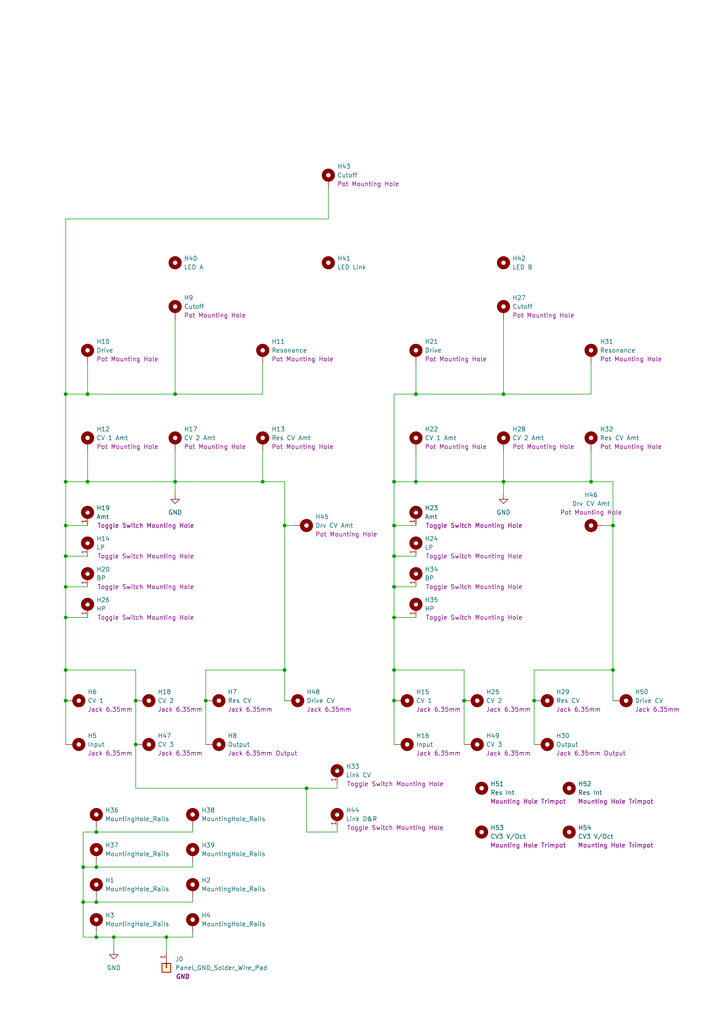
<source format=kicad_sch>
(kicad_sch (version 20250114) (generator "eeschema") (generator_version "9.0")
  (paper "A4" portrait)
  (title_block (title "Kosmo Format Front Panel - 10 cm") (company "DMH Instruments"))
  (lib_symbols
    (symbol "Mechanical:MountingHole" (pin_names (offset 1.016)) (exclude_from_sim yes) (in_bom no)
      (property "Reference" "H" (at 0 5.08 0))
      (property "Value" "MountingHole" (at 0 3.175 0))
      (symbol "MountingHole_0_1"
        (circle (center 0 0) (radius 1.27) (stroke (width 1.27)))
      )
    )
    (symbol "SynthStuff:MountingHole_Jack6.35mm_Output_v2" (pin_numbers (hide yes)) (pin_names (offset 1.016) (hide yes)) (exclude_from_sim yes) (in_bom no)
      (property "Reference" "H" (at 0 5.08 0))
      (property "Value" "SIGNAL NAME" (at 0 3.175 0))
      (property "Description" "Jack 6.35mm Output" (at 0.254 -3.302 0))
      (symbol "MountingHole_Jack6.35mm_Output_v2_0_1"
        (circle (center 0 0) (radius 1.27) (stroke (width 1.27)))
      )
      (symbol "MountingHole_Jack6.35mm_Output_v2_1_1"
        (pin input line (at -3.81 0 0) (length 2.54) (name "1") (number "1"))
      )
    )
    (symbol "SynthStuff:MountingHole_Jack6.35mm_v2" (pin_numbers (hide yes)) (pin_names (offset 1.016) (hide yes)) (exclude_from_sim yes) (in_bom no)
      (property "Reference" "H" (at 0 5.08 0))
      (property "Value" "SIGNAL NAME" (at 0 3.175 0))
      (property "Description" "Jack 6.35mm" (at 0 -3.048 0))
      (symbol "MountingHole_Jack6.35mm_v2_0_1"
        (circle (center 0 0) (radius 1.27) (stroke (width 1.27)))
      )
      (symbol "MountingHole_Jack6.35mm_v2_1_1"
        (pin input line (at -3.81 0 0) (length 2.54) (name "1") (number "1"))
      )
    )
    (symbol "SynthStuff:MountingHole_Pot" (pin_numbers (hide yes)) (pin_names (offset 1.016) (hide yes)) (exclude_from_sim yes)
      (property "Reference" "H" (at 0 6.35 0))
      (property "Value" "Function" (at 0 4.445 0))
      (property "Description" "Pot Mounting Hole" (at 0 0 0))
      (symbol "MountingHole_Pot_0_1"
        (circle (center 0 1.27) (radius 1.27) (stroke (width 1.27)))
      )
      (symbol "MountingHole_Pot_1_1"
        (pin input line (at 0 -2.54 90) (length 2.54) (name "1") (number "1"))
      )
    )
    (symbol "SynthStuff:MountingHole_Rails" (pin_numbers (hide yes)) (pin_names (offset 1.016) (hide yes)) (exclude_from_sim yes) (in_bom no)
      (property "Reference" "H" (at 0 6.35 0))
      (property "Value" "MountingHole_Rails" (at 0 4.445 0))
      (symbol "MountingHole_Rails_0_1"
        (circle (center 0 1.27) (radius 1.27) (stroke (width 1.27)))
      )
      (symbol "MountingHole_Rails_1_1"
        (pin input line (at 0 -2.54 90) (length 2.54) (name "1") (number "1"))
      )
    )
    (symbol "SynthStuff:MountingHole_ToggleSwitch" (pin_names (offset 1.016)) (exclude_from_sim yes) (in_bom no)
      (property "Reference" "H" (at 0 5.08 0))
      (property "Value" "Function" (at 0 3.175 0))
      (property "Description" "Toggle Switch Mounting Hole" (at 0 0 0))
      (symbol "MountingHole_ToggleSwitch_0_1"
        (circle (center 0 0) (radius 1.27) (stroke (width 1.27)))
      )
      (symbol "MountingHole_ToggleSwitch_1_1"
        (pin input line (at 0 -3.81 90) (length 2.54) (name "1") (number "1"))
      )
    )
    (symbol "SynthStuff:MountingHole_Trimpot" (pin_names (offset 1.016)) (exclude_from_sim yes) (in_bom no)
      (property "Reference" "H" (at 0 5.08 0))
      (property "Value" "MountingHole_Trimpot" (at 0 3.175 0))
      (property "Description" "Mounting Hole Trimpot" (at 0 0 0))
      (symbol "MountingHole_Trimpot_0_1"
        (circle (center 0 0) (radius 1.27) (stroke (width 1.27)))
      )
    )
    (symbol "SynthStuff:Panel_GND_Solder_Wire_Pad" (pin_names (offset 1.016) (hide yes)) (in_bom no)
      (property "Reference" "J" (at 0 2.54 0))
      (property "Value" "Panel_GND_Solder_Wire_Pad" (at 0 -5.08 0))
      (property "Function" "Panel GND" (at 0 -2.794 0))
      (symbol "Panel_GND_Solder_Wire_Pad_1_1"
        (rectangle (start -1.27 1.27) (end 1.27 -1.27) (stroke (width 0.254)) (fill (type background)))
        (rectangle (start -1.27 0.127) (end 0 -0.127) (stroke (width 0.1524)))
        (pin power_out line (at -5.08 0 0) (length 3.81) (name "Pin_1") (number "1"))
      )
    )
    (symbol "power:GND" (power) (pin_numbers (hide yes)) (pin_names (offset 0) (hide yes))
      (property "Value" "GND" (at 0 -3.81 0))
      (symbol "GND_0_1"
        (polyline (pts (xy 0 0) (xy 0 -1.27) (xy 1.27 -1.27) (xy 0 -2.54) (xy -1.27 -1.27) (xy 0 -1.27)))
      )
      (symbol "GND_1_1"
        (pin power_in line (at 0 0 270) (length 0) (name "~") (number "1"))
      )
    )
  )
  (junction (at 114.3 139.7))
  (junction (at 19.05 139.7))
  (junction (at 39.37 215.9))
  (junction (at 19.05 114.3))
  (junction (at 177.8 152.4))
  (junction (at 82.55 194.31))
  (junction (at 88.9 228.6))
  (junction (at 27.94 241.3))
  (junction (at 82.55 152.4))
  (junction (at 50.8 114.3))
  (junction (at 19.05 152.4))
  (junction (at 27.94 251.46))
  (junction (at 171.45 139.7))
  (junction (at 114.3 194.31))
  (junction (at 19.05 203.2))
  (junction (at 120.65 114.3))
  (junction (at 114.3 161.29))
  (junction (at 19.05 179.07))
  (junction (at 114.3 170.18))
  (junction (at 177.8 194.31))
  (junction (at 114.3 152.4))
  (junction (at 25.4 114.3))
  (junction (at 39.37 203.2))
  (junction (at 146.05 139.7))
  (junction (at 146.05 114.3))
  (junction (at 120.65 139.7))
  (junction (at 59.69 203.2))
  (junction (at 27.94 271.78))
  (junction (at 50.8 139.7))
  (junction (at 114.3 179.07))
  (junction (at 134.62 203.2))
  (junction (at 33.02 271.78))
  (junction (at 19.05 161.29))
  (junction (at 114.3 203.2))
  (junction (at 48.26 271.78))
  (junction (at 27.94 261.62))
  (junction (at 19.05 170.18))
  (junction (at 19.05 194.31))
  (junction (at 154.94 203.2))
  (junction (at 24.13 251.46))
  (junction (at 25.4 139.7))
  (junction (at 24.13 261.62))
  (junction (at 76.2 139.7))
  (wire (pts (xy 50.8 114.3) (xy 76.2 114.3)))
  (wire (pts (xy 114.3 139.7) (xy 120.65 139.7)))
  (wire (pts (xy 27.94 241.3) (xy 27.94 240.03)))
  (wire (pts (xy 55.88 270.51) (xy 55.88 271.78)))
  (wire (pts (xy 24.13 251.46) (xy 24.13 261.62)))
  (wire (pts (xy 24.13 241.3) (xy 27.94 241.3)))
  (wire (pts (xy 19.05 161.29) (xy 19.05 152.4)))
  (wire (pts (xy 114.3 152.4) (xy 120.65 152.4)))
  (wire (pts (xy 76.2 105.41) (xy 76.2 114.3)))
  (wire (pts (xy 25.4 105.41) (xy 25.4 114.3)))
  (wire (pts (xy 82.55 194.31) (xy 82.55 203.2)))
  (wire (pts (xy 82.55 194.31) (xy 82.55 152.4)))
  (wire (pts (xy 27.94 261.62) (xy 55.88 261.62)))
  (wire (pts (xy 27.94 271.78) (xy 27.94 270.51)))
  (wire (pts (xy 39.37 203.2) (xy 39.37 194.31)))
  (wire (pts (xy 114.3 194.31) (xy 134.62 194.31)))
  (wire (pts (xy 50.8 139.7) (xy 50.8 143.51)))
  (wire (pts (xy 27.94 251.46) (xy 55.88 251.46)))
  (wire (pts (xy 59.69 215.9) (xy 59.69 203.2)))
  (wire (pts (xy 24.13 271.78) (xy 27.94 271.78)))
  (wire (pts (xy 39.37 215.9) (xy 39.37 228.6)))
  (wire (pts (xy 95.25 54.61) (xy 95.25 63.5)))
  (wire (pts (xy 19.05 170.18) (xy 19.05 179.07)))
  (wire (pts (xy 19.05 161.29) (xy 25.4 161.29)))
  (wire (pts (xy 50.8 139.7) (xy 76.2 139.7)))
  (wire (pts (xy 76.2 139.7) (xy 82.55 139.7)))
  (wire (pts (xy 97.79 228.6) (xy 88.9 228.6)))
  (wire (pts (xy 27.94 251.46) (xy 27.94 250.19)))
  (wire (pts (xy 48.26 271.78) (xy 48.26 275.59)))
  (wire (pts (xy 146.05 92.71) (xy 146.05 114.3)))
  (wire (pts (xy 97.79 227.33) (xy 97.79 228.6)))
  (wire (pts (xy 95.25 63.5) (xy 19.05 63.5)))
  (wire (pts (xy 19.05 114.3) (xy 19.05 139.7)))
  (wire (pts (xy 146.05 139.7) (xy 146.05 143.51)))
  (wire (pts (xy 76.2 130.81) (xy 76.2 139.7)))
  (wire (pts (xy 114.3 203.2) (xy 114.3 194.31)))
  (wire (pts (xy 19.05 194.31) (xy 39.37 194.31)))
  (wire (pts (xy 24.13 241.3) (xy 24.13 251.46)))
  (wire (pts (xy 55.88 240.03) (xy 55.88 241.3)))
  (wire (pts (xy 19.05 152.4) (xy 25.4 152.4)))
  (wire (pts (xy 177.8 194.31) (xy 177.8 152.4)))
  (wire (pts (xy 114.3 170.18) (xy 114.3 179.07)))
  (wire (pts (xy 19.05 179.07) (xy 19.05 194.31)))
  (wire (pts (xy 177.8 194.31) (xy 177.8 203.2)))
  (wire (pts (xy 19.05 152.4) (xy 19.05 139.7)))
  (wire (pts (xy 50.8 92.71) (xy 50.8 114.3)))
  (wire (pts (xy 120.65 114.3) (xy 114.3 114.3)))
  (wire (pts (xy 19.05 161.29) (xy 19.05 170.18)))
  (wire (pts (xy 154.94 194.31) (xy 177.8 194.31)))
  (wire (pts (xy 88.9 228.6) (xy 88.9 241.3)))
  (wire (pts (xy 24.13 251.46) (xy 27.94 251.46)))
  (wire (pts (xy 24.13 261.62) (xy 27.94 261.62)))
  (wire (pts (xy 50.8 130.81) (xy 50.8 139.7)))
  (wire (pts (xy 120.65 139.7) (xy 146.05 139.7)))
  (wire (pts (xy 171.45 130.81) (xy 171.45 139.7)))
  (wire (pts (xy 177.8 152.4) (xy 177.8 139.7)))
  (wire (pts (xy 134.62 203.2) (xy 134.62 194.31)))
  (wire (pts (xy 33.02 271.78) (xy 33.02 275.59)))
  (wire (pts (xy 24.13 261.62) (xy 24.13 271.78)))
  (wire (pts (xy 82.55 152.4) (xy 82.55 139.7)))
  (wire (pts (xy 114.3 179.07) (xy 114.3 194.31)))
  (wire (pts (xy 55.88 260.35) (xy 55.88 261.62)))
  (wire (pts (xy 120.65 114.3) (xy 146.05 114.3)))
  (wire (pts (xy 19.05 215.9) (xy 19.05 203.2)))
  (wire (pts (xy 19.05 170.18) (xy 25.4 170.18)))
  (wire (pts (xy 25.4 139.7) (xy 50.8 139.7)))
  (wire (pts (xy 19.05 139.7) (xy 25.4 139.7)))
  (wire (pts (xy 114.3 179.07) (xy 120.65 179.07)))
  (wire (pts (xy 25.4 114.3) (xy 19.05 114.3)))
  (wire (pts (xy 146.05 139.7) (xy 171.45 139.7)))
  (wire (pts (xy 114.3 161.29) (xy 120.65 161.29)))
  (wire (pts (xy 27.94 261.62) (xy 27.94 260.35)))
  (wire (pts (xy 175.26 152.4) (xy 177.8 152.4)))
  (wire (pts (xy 88.9 228.6) (xy 39.37 228.6)))
  (wire (pts (xy 114.3 152.4) (xy 114.3 139.7)))
  (wire (pts (xy 134.62 203.2) (xy 134.62 215.9)))
  (wire (pts (xy 27.94 241.3) (xy 55.88 241.3)))
  (wire (pts (xy 55.88 250.19) (xy 55.88 251.46)))
  (wire (pts (xy 39.37 203.2) (xy 39.37 215.9)))
  (wire (pts (xy 146.05 114.3) (xy 171.45 114.3)))
  (wire (pts (xy 114.3 114.3) (xy 114.3 139.7)))
  (wire (pts (xy 171.45 105.41) (xy 171.45 114.3)))
  (wire (pts (xy 82.55 152.4) (xy 85.09 152.4)))
  (wire (pts (xy 19.05 63.5) (xy 19.05 114.3)))
  (wire (pts (xy 97.79 240.03) (xy 97.79 241.3)))
  (wire (pts (xy 146.05 130.81) (xy 146.05 139.7)))
  (wire (pts (xy 59.69 194.31) (xy 82.55 194.31)))
  (wire (pts (xy 48.26 271.78) (xy 55.88 271.78)))
  (wire (pts (xy 154.94 215.9) (xy 154.94 203.2)))
  (wire (pts (xy 114.3 215.9) (xy 114.3 203.2)))
  (wire (pts (xy 114.3 170.18) (xy 120.65 170.18)))
  (wire (pts (xy 114.3 161.29) (xy 114.3 152.4)))
  (wire (pts (xy 19.05 203.2) (xy 19.05 194.31)))
  (wire (pts (xy 59.69 203.2) (xy 59.69 194.31)))
  (wire (pts (xy 120.65 130.81) (xy 120.65 139.7)))
  (wire (pts (xy 27.94 271.78) (xy 33.02 271.78)))
  (wire (pts (xy 25.4 130.81) (xy 25.4 139.7)))
  (wire (pts (xy 171.45 139.7) (xy 177.8 139.7)))
  (wire (pts (xy 19.05 179.07) (xy 25.4 179.07)))
  (wire (pts (xy 25.4 114.3) (xy 50.8 114.3)))
  (wire (pts (xy 114.3 161.29) (xy 114.3 170.18)))
  (wire (pts (xy 120.65 105.41) (xy 120.65 114.3)))
  (wire (pts (xy 154.94 203.2) (xy 154.94 194.31)))
  (wire (pts (xy 97.79 241.3) (xy 88.9 241.3)))
  (wire (pts (xy 33.02 271.78) (xy 48.26 271.78)))
  (symbol (lib_id "SynthStuff:MountingHole_ToggleSwitch") (at 120.65 148.59 0) (unit 1) (in_bom no)
    (property "Reference" "H23" (at 123.19 147.3199 0) (effects (justify left)))
    (property "Value" "Amt" (at 123.19 149.8599 0) (effects (justify left)))
    (property "Footprint" "SynthStuff:Toggle_Switch_TE_Cutout" (effects (hide yes)))
    (property "Description" "Toggle Switch Mounting Hole" (at 123.444 152.4 0) (effects (justify left)))
    (property "Function" "Bus CV" (effects (hide yes)))
  )
  (symbol (lib_id "power:GND") (at 50.8 143.51 0) (unit 1)
    (property "Reference" "#PWR02" (effects (hide yes)))
    (property "Value" "GND" (at 50.8 148.59 0))
    (property "Description" "Power symbol creates a global label with name \"GND\" , ground" (effects (hide yes)))
  )
  (symbol (lib_id "SynthStuff:MountingHole_Jack6.35mm_v2") (at 138.43 215.9 0) (unit 1) (in_bom no)
    (property "Reference" "H49" (at 140.97 213.3599 0) (effects (justify left)))
    (property "Value" "CV 3" (at 140.97 215.8999 0) (effects (justify left)))
    (property "Footprint" "SynthStuff:Jack_6.35mm_Cutout_v3" (effects (hide yes)))
    (property "Description" "Jack 6.35mm" (at 140.97 218.4399 0) (effects (justify left)))
  )
  (symbol (lib_id "SynthStuff:MountingHole_Pot") (at 120.65 102.87 0) (unit 1)
    (property "Reference" "H21" (at 123.19 99.0599 0) (effects (justify left)))
    (property "Value" "Drive" (at 123.19 101.5999 0) (effects (justify left)))
    (property "Footprint" "SynthStuff:Pot_Cutout_Small" (effects (hide yes)))
    (property "Description" "Pot Mounting Hole" (at 123.19 104.1399 0) (effects (justify left)))
  )
  (symbol (lib_id "SynthStuff:MountingHole_Rails") (at 55.88 257.81 0) (unit 1) (in_bom no)
    (property "Reference" "H2" (at 58.42 255.2699 0) (effects (justify left)))
    (property "Value" "MountingHole_Rails" (at 58.42 257.8099 0) (effects (justify left)))
    (property "Footprint" "SynthStuff:MountingHole_Rails" (effects (hide yes)))
    (property "Description" "Mounting Hole with connection" (effects (hide yes)))
  )
  (symbol (lib_id "SynthStuff:MountingHole_Pot") (at 76.2 102.87 0) (unit 1)
    (property "Reference" "H11" (at 78.74 99.0599 0) (effects (justify left)))
    (property "Value" "Resonance" (at 78.74 101.5999 0) (effects (justify left)))
    (property "Footprint" "SynthStuff:Pot_Cutout_Small" (effects (hide yes)))
    (property "Description" "Pot Mounting Hole" (at 78.74 104.1399 0) (effects (justify left)))
  )
  (symbol (lib_id "SynthStuff:MountingHole_Jack6.35mm_v2") (at 86.36 203.2 0) (unit 1) (in_bom no)
    (property "Reference" "H48" (at 88.9 200.6599 0) (effects (justify left)))
    (property "Value" "Drive CV" (at 88.9 203.1999 0) (effects (justify left)))
    (property "Footprint" "SynthStuff:Jack_6.35mm_Cutout_v3" (effects (hide yes)))
    (property "Description" "Jack 6.35mm" (at 88.9 205.7399 0) (effects (justify left)))
  )
  (symbol (lib_id "SynthStuff:MountingHole_Pot") (at 120.65 128.27 0) (unit 1)
    (property "Reference" "H22" (at 123.19 124.4599 0) (effects (justify left)))
    (property "Value" "CV 1 Amt" (at 123.19 126.9999 0) (effects (justify left)))
    (property "Footprint" "SynthStuff:Pot_Cutout_Tiny_attv_P110KH1" (effects (hide yes)))
    (property "Description" "Pot Mounting Hole" (at 123.19 129.5399 0) (effects (justify left)))
  )
  (symbol (lib_id "SynthStuff:MountingHole_Jack6.35mm_v2") (at 138.43 203.2 0) (unit 1) (in_bom no)
    (property "Reference" "H25" (at 140.97 200.6599 0) (effects (justify left)))
    (property "Value" "CV 2" (at 140.97 203.1999 0) (effects (justify left)))
    (property "Footprint" "SynthStuff:Jack_6.35mm_Cutout_v3" (effects (hide yes)))
    (property "Description" "Jack 6.35mm" (at 140.97 205.7399 0) (effects (justify left)))
  )
  (symbol (lib_id "SynthStuff:MountingHole_Jack6.35mm_v2") (at 63.5 203.2 0) (unit 1) (in_bom no)
    (property "Reference" "H7" (at 66.04 200.6599 0) (effects (justify left)))
    (property "Value" "Res CV" (at 66.04 203.1999 0) (effects (justify left)))
    (property "Footprint" "SynthStuff:Jack_6.35mm_Cutout_v3" (effects (hide yes)))
    (property "Description" "Jack 6.35mm" (at 66.04 205.7399 0) (effects (justify left)))
  )
  (symbol (lib_id "SynthStuff:MountingHole_Rails") (at 27.94 237.49 0) (unit 1) (in_bom no)
    (property "Reference" "H36" (at 30.48 234.9499 0) (effects (justify left)))
    (property "Value" "MountingHole_Rails" (at 30.48 237.4899 0) (effects (justify left)))
    (property "Footprint" "SynthStuff:MountingHole_Rails" (effects (hide yes)))
    (property "Description" "Mounting Hole with connection" (effects (hide yes)))
  )
  (symbol (lib_id "SynthStuff:MountingHole_Pot") (at 95.25 52.07 0) (unit 1)
    (property "Reference" "H43" (at 97.79 48.2599 0) (effects (justify left)))
    (property "Value" "Cutoff" (at 97.79 50.7999 0) (effects (justify left)))
    (property "Footprint" "SynthStuff:Pot_Cutout_Huge_v2" (effects (hide yes)))
    (property "Description" "Pot Mounting Hole" (at 97.79 53.3399 0) (effects (justify left)))
  )
  (symbol (lib_id "SynthStuff:MountingHole_ToggleSwitch") (at 25.4 175.26 0) (unit 1) (in_bom no)
    (property "Reference" "H26" (at 27.94 173.9899 0) (effects (justify left)))
    (property "Value" "HP" (at 27.94 176.5299 0) (effects (justify left)))
    (property "Footprint" "SynthStuff:Toggle_Switch_TE_Cutout" (effects (hide yes)))
    (property "Description" "Toggle Switch Mounting Hole" (at 28.194 179.07 0) (effects (justify left)))
    (property "Function" "LP" (effects (hide yes)))
  )
  (symbol (lib_id "SynthStuff:MountingHole_Pot") (at 171.45 128.27 0) (unit 1)
    (property "Reference" "H32" (at 173.99 124.4599 0) (effects (justify left)))
    (property "Value" "Res CV Amt" (at 173.99 126.9999 0) (effects (justify left)))
    (property "Footprint" "SynthStuff:Pot_Cutout_Tiny_attv_P110KH1" (effects (hide yes)))
    (property "Description" "Pot Mounting Hole" (at 173.99 129.5399 0) (effects (justify left)))
  )
  (symbol (lib_id "SynthStuff:MountingHole_ToggleSwitch") (at 25.4 148.59 0) (unit 1) (in_bom no)
    (property "Reference" "H19" (at 27.94 147.3199 0) (effects (justify left)))
    (property "Value" "Amt" (at 27.94 149.8599 0) (effects (justify left)))
    (property "Footprint" "SynthStuff:Toggle_Switch_TE_Cutout" (effects (hide yes)))
    (property "Description" "Toggle Switch Mounting Hole" (at 28.194 152.4 0) (effects (justify left)))
    (property "Function" "Bus CV" (effects (hide yes)))
  )
  (symbol (lib_id "SynthStuff:MountingHole_ToggleSwitch") (at 97.79 223.52 0) (unit 1) (in_bom no)
    (property "Reference" "H33" (at 100.33 222.2499 0) (effects (justify left)))
    (property "Value" "Link CV" (at 100.33 224.7899 0) (effects (justify left)))
    (property "Footprint" "SynthStuff:Toggle_Switch_TE_Cutout" (effects (hide yes)))
    (property "Description" "Toggle Switch Mounting Hole" (at 100.584 227.33 0) (effects (justify left)))
    (property "Function" "Bus CV" (effects (hide yes)))
  )
  (symbol (lib_id "SynthStuff:MountingHole_Trimpot") (at 139.7 241.3 0) (unit 1) (in_bom no)
    (property "Reference" "H53" (at 142.24 240.0299 0) (effects (justify left)))
    (property "Value" "CV3 V/Oct" (at 142.24 242.5699 0) (effects (justify left)))
    (property "Footprint" "SynthStuff:MountingHole_TrimPot" (effects (hide yes)))
    (property "Description" "Mounting Hole Trimpot" (at 153.162 245.11 0))
  )
  (symbol (lib_id "SynthStuff:MountingHole_Pot") (at 50.8 90.17 0) (unit 1)
    (property "Reference" "H9" (at 53.34 86.3599 0) (effects (justify left)))
    (property "Value" "Cutoff" (at 53.34 88.8999 0) (effects (justify left)))
    (property "Footprint" "SynthStuff:Pot_Cutout_Medium_v2" (effects (hide yes)))
    (property "Description" "Pot Mounting Hole" (at 53.34 91.4399 0) (effects (justify left)))
  )
  (symbol (lib_id "SynthStuff:MountingHole_Pot") (at 25.4 128.27 0) (unit 1)
    (property "Reference" "H12" (at 27.94 124.4599 0) (effects (justify left)))
    (property "Value" "CV 1 Amt" (at 27.94 126.9999 0) (effects (justify left)))
    (property "Footprint" "SynthStuff:Pot_Cutout_Tiny_attv_P110KH1" (effects (hide yes)))
    (property "Description" "Pot Mounting Hole" (at 27.94 129.5399 0) (effects (justify left)))
  )
  (symbol (lib_id "SynthStuff:MountingHole_Pot") (at 76.2 128.27 0) (unit 1)
    (property "Reference" "H13" (at 78.74 124.4599 0) (effects (justify left)))
    (property "Value" "Res CV Amt" (at 78.74 126.9999 0) (effects (justify left)))
    (property "Footprint" "SynthStuff:Pot_Cutout_Tiny_attv_P110KH1" (effects (hide yes)))
    (property "Description" "Pot Mounting Hole" (at 78.74 129.5399 0) (effects (justify left)))
  )
  (symbol (lib_id "SynthStuff:MountingHole_Trimpot") (at 139.7 228.6 0) (unit 1) (in_bom no)
    (property "Reference" "H51" (at 142.24 227.3299 0) (effects (justify left)))
    (property "Value" "Res Int" (at 142.24 229.8699 0) (effects (justify left)))
    (property "Footprint" "SynthStuff:MountingHole_TrimPot" (effects (hide yes)))
    (property "Description" "Mounting Hole Trimpot" (at 153.162 232.41 0))
  )
  (symbol (lib_id "SynthStuff:MountingHole_Jack6.35mm_v2") (at 181.61 203.2 0) (unit 1) (in_bom no)
    (property "Reference" "H50" (at 184.15 200.6599 0) (effects (justify left)))
    (property "Value" "Drive CV" (at 184.15 203.1999 0) (effects (justify left)))
    (property "Footprint" "SynthStuff:Jack_6.35mm_Cutout_v3" (effects (hide yes)))
    (property "Description" "Jack 6.35mm" (at 184.15 205.7399 0) (effects (justify left)))
  )
  (symbol (lib_id "SynthStuff:MountingHole_Rails") (at 55.88 247.65 0) (unit 1) (in_bom no)
    (property "Reference" "H39" (at 58.42 245.1099 0) (effects (justify left)))
    (property "Value" "MountingHole_Rails" (at 58.42 247.6499 0) (effects (justify left)))
    (property "Footprint" "SynthStuff:MountingHole_Rails" (effects (hide yes)))
    (property "Description" "Mounting Hole with connection" (effects (hide yes)))
  )
  (symbol (lib_id "SynthStuff:MountingHole_Jack6.35mm_v2") (at 43.18 215.9 0) (unit 1) (in_bom no)
    (property "Reference" "H47" (at 45.72 213.3599 0) (effects (justify left)))
    (property "Value" "CV 3" (at 45.72 215.8999 0) (effects (justify left)))
    (property "Footprint" "SynthStuff:Jack_6.35mm_Cutout_v3" (effects (hide yes)))
    (property "Description" "Jack 6.35mm" (at 45.72 218.4399 0) (effects (justify left)))
  )
  (symbol (lib_id "SynthStuff:MountingHole_Pot") (at 172.72 152.4 90) (unit 1)
    (property "Reference" "H46" (at 171.45 143.51 90))
    (property "Value" "Drv CV Amt" (at 171.45 146.05 90))
    (property "Footprint" "SynthStuff:Pot_Cutout_Tiny_attv_P110KH1" (effects (hide yes)))
    (property "Description" "Pot Mounting Hole" (at 171.45 148.59 90))
  )
  (symbol (lib_id "power:GND") (at 146.05 143.51 0) (unit 1)
    (property "Reference" "#PWR03" (effects (hide yes)))
    (property "Value" "GND" (at 146.05 148.59 0))
    (property "Description" "Power symbol creates a global label with name \"GND\" , ground" (effects (hide yes)))
  )
  (symbol (lib_id "power:GND") (at 33.02 275.59 0) (unit 1)
    (property "Reference" "#PWR01" (effects (hide yes)))
    (property "Value" "GND" (at 33.02 280.67 0))
    (property "Description" "Power symbol creates a global label with name \"GND\" , ground" (effects (hide yes)))
  )
  (symbol (lib_id "SynthStuff:MountingHole_Jack6.35mm_v2") (at 118.11 203.2 0) (unit 1) (in_bom no)
    (property "Reference" "H15" (at 120.65 200.6599 0) (effects (justify left)))
    (property "Value" "CV 1" (at 120.65 203.1999 0) (effects (justify left)))
    (property "Footprint" "SynthStuff:Jack_6.35mm_Cutout_v3" (effects (hide yes)))
    (property "Description" "Jack 6.35mm" (at 120.65 205.7399 0) (effects (justify left)))
  )
  (symbol (lib_id "SynthStuff:MountingHole_ToggleSwitch") (at 25.4 157.48 0) (unit 1) (in_bom no)
    (property "Reference" "H14" (at 27.94 156.2099 0) (effects (justify left)))
    (property "Value" "LP" (at 27.94 158.7499 0) (effects (justify left)))
    (property "Footprint" "SynthStuff:Toggle_Switch_TE_Cutout" (effects (hide yes)))
    (property "Description" "Toggle Switch Mounting Hole" (at 28.194 161.29 0) (effects (justify left)))
    (property "Function" "LP" (effects (hide yes)))
  )
  (symbol (lib_id "SynthStuff:MountingHole_Jack6.35mm_v2") (at 22.86 215.9 0) (unit 1) (in_bom no)
    (property "Reference" "H5" (at 25.4 213.3599 0) (effects (justify left)))
    (property "Value" "Input" (at 25.4 215.8999 0) (effects (justify left)))
    (property "Footprint" "SynthStuff:Jack_6.35mm_Cutout_v3" (effects (hide yes)))
    (property "Description" "Jack 6.35mm" (at 25.4 218.4399 0) (effects (justify left)))
  )
  (symbol (lib_id "Mechanical:MountingHole") (at 146.05 76.2 0) (unit 1) (in_bom no)
    (property "Reference" "H42" (at 148.59 74.9299 0) (effects (justify left)))
    (property "Value" "LED B" (at 148.59 77.4699 0) (effects (justify left)))
    (property "Footprint" "SynthStuff:MountingHole_LED_3mm_R" (effects (hide yes)))
    (property "Description" "Mounting Hole without connection" (effects (hide yes)))
  )
  (symbol (lib_id "Mechanical:MountingHole") (at 95.25 76.2 0) (unit 1) (in_bom no)
    (property "Reference" "H41" (at 97.79 74.9299 0) (effects (justify left)))
    (property "Value" "LED Link" (at 97.79 77.4699 0) (effects (justify left)))
    (property "Footprint" "SynthStuff:MountingHole_LED_3mm_B" (effects (hide yes)))
    (property "Description" "Mounting Hole without connection" (effects (hide yes)))
  )
  (symbol (lib_id "SynthStuff:MountingHole_Jack6.35mm_Output_v2") (at 158.75 215.9 0) (unit 1) (in_bom no)
    (property "Reference" "H30" (at 161.29 213.3599 0) (effects (justify left)))
    (property "Value" "Output" (at 161.29 215.8999 0) (effects (justify left)))
    (property "Footprint" "SynthStuff:Jack_6.35mm_Cutout_Output_v6" (effects (hide yes)))
    (property "Description" "Jack 6.35mm Output" (at 161.29 218.4399 0) (effects (justify left)))
  )
  (symbol (lib_id "SynthStuff:MountingHole_Trimpot") (at 165.1 241.3 0) (unit 1) (in_bom no)
    (property "Reference" "H54" (at 167.64 240.0299 0) (effects (justify left)))
    (property "Value" "CV3 V/Oct" (at 167.64 242.5699 0) (effects (justify left)))
    (property "Footprint" "SynthStuff:MountingHole_TrimPot" (effects (hide yes)))
    (property "Description" "Mounting Hole Trimpot" (at 178.562 245.11 0))
  )
  (symbol (lib_id "SynthStuff:MountingHole_ToggleSwitch") (at 120.65 166.37 0) (unit 1) (in_bom no)
    (property "Reference" "H34" (at 123.19 165.0999 0) (effects (justify left)))
    (property "Value" "BP" (at 123.19 167.6399 0) (effects (justify left)))
    (property "Footprint" "SynthStuff:Toggle_Switch_TE_Cutout" (effects (hide yes)))
    (property "Description" "Toggle Switch Mounting Hole" (at 123.444 170.18 0) (effects (justify left)))
    (property "Function" "LP" (effects (hide yes)))
  )
  (symbol (lib_id "Mechanical:MountingHole") (at 50.8 76.2 0) (unit 1) (in_bom no)
    (property "Reference" "H40" (at 53.34 74.9299 0) (effects (justify left)))
    (property "Value" "LED A" (at 53.34 77.4699 0) (effects (justify left)))
    (property "Footprint" "SynthStuff:MountingHole_LED_3mm_R" (effects (hide yes)))
    (property "Description" "Mounting Hole without connection" (effects (hide yes)))
  )
  (symbol (lib_id "SynthStuff:MountingHole_ToggleSwitch") (at 97.79 236.22 0) (unit 1) (in_bom no)
    (property "Reference" "H44" (at 100.33 234.9499 0) (effects (justify left)))
    (property "Value" "Link D&R" (at 100.33 237.4899 0) (effects (justify left)))
    (property "Footprint" "SynthStuff:Toggle_Switch_TE_Cutout" (effects (hide yes)))
    (property "Description" "Toggle Switch Mounting Hole" (at 100.584 240.03 0) (effects (justify left)))
    (property "Function" "Bus CV" (effects (hide yes)))
  )
  (symbol (lib_id "SynthStuff:MountingHole_Trimpot") (at 165.1 228.6 0) (unit 1) (in_bom no)
    (property "Reference" "H52" (at 167.64 227.3299 0) (effects (justify left)))
    (property "Value" "Res Int" (at 167.64 229.8699 0) (effects (justify left)))
    (property "Footprint" "SynthStuff:MountingHole_TrimPot" (effects (hide yes)))
    (property "Description" "Mounting Hole Trimpot" (at 178.562 232.41 0))
  )
  (symbol (lib_id "SynthStuff:MountingHole_Rails") (at 27.94 247.65 0) (unit 1) (in_bom no)
    (property "Reference" "H37" (at 30.48 245.1099 0) (effects (justify left)))
    (property "Value" "MountingHole_Rails" (at 30.48 247.6499 0) (effects (justify left)))
    (property "Footprint" "SynthStuff:MountingHole_Rails" (effects (hide yes)))
    (property "Description" "Mounting Hole with connection" (effects (hide yes)))
  )
  (symbol (lib_id "SynthStuff:MountingHole_Rails") (at 55.88 237.49 0) (unit 1) (in_bom no)
    (property "Reference" "H38" (at 58.42 234.9499 0) (effects (justify left)))
    (property "Value" "MountingHole_Rails" (at 58.42 237.4899 0) (effects (justify left)))
    (property "Footprint" "SynthStuff:MountingHole_Rails" (effects (hide yes)))
    (property "Description" "Mounting Hole with connection" (effects (hide yes)))
  )
  (symbol (lib_id "SynthStuff:MountingHole_Rails") (at 27.94 267.97 0) (unit 1) (in_bom no)
    (property "Reference" "H3" (at 30.48 265.4299 0) (effects (justify left)))
    (property "Value" "MountingHole_Rails" (at 30.48 267.9699 0) (effects (justify left)))
    (property "Footprint" "SynthStuff:MountingHole_Rails" (effects (hide yes)))
    (property "Description" "Mounting Hole with connection" (effects (hide yes)))
  )
  (symbol (lib_id "SynthStuff:MountingHole_Jack6.35mm_Output_v2") (at 63.5 215.9 0) (unit 1) (in_bom no)
    (property "Reference" "H8" (at 66.04 213.3599 0) (effects (justify left)))
    (property "Value" "Output" (at 66.04 215.8999 0) (effects (justify left)))
    (property "Footprint" "SynthStuff:Jack_6.35mm_Cutout_Output_v6" (effects (hide yes)))
    (property "Description" "Jack 6.35mm Output" (at 66.04 218.4399 0) (effects (justify left)))
  )
  (symbol (lib_id "SynthStuff:MountingHole_Pot") (at 87.63 152.4 270) (unit 1)
    (property "Reference" "H45" (at 91.44 149.8599 90) (effects (justify left)))
    (property "Value" "Drv CV Amt" (at 91.44 152.3999 90) (effects (justify left)))
    (property "Footprint" "SynthStuff:Pot_Cutout_Tiny_attv_P110KH1" (effects (hide yes)))
    (property "Description" "Pot Mounting Hole" (at 91.44 154.9399 90) (effects (justify left)))
  )
  (symbol (lib_id "SynthStuff:MountingHole_Pot") (at 50.8 128.27 0) (unit 1)
    (property "Reference" "H17" (at 53.34 124.4599 0) (effects (justify left)))
    (property "Value" "CV 2 Amt" (at 53.34 126.9999 0) (effects (justify left)))
    (property "Footprint" "SynthStuff:Pot_Cutout_Tiny_attv_P110KH1" (effects (hide yes)))
    (property "Description" "Pot Mounting Hole" (at 53.34 129.5399 0) (effects (justify left)))
  )
  (symbol (lib_id "SynthStuff:MountingHole_ToggleSwitch") (at 120.65 157.48 0) (unit 1) (in_bom no)
    (property "Reference" "H24" (at 123.19 156.2099 0) (effects (justify left)))
    (property "Value" "LP" (at 123.19 158.7499 0) (effects (justify left)))
    (property "Footprint" "SynthStuff:Toggle_Switch_TE_Cutout" (effects (hide yes)))
    (property "Description" "Toggle Switch Mounting Hole" (at 123.444 161.29 0) (effects (justify left)))
    (property "Function" "LP" (effects (hide yes)))
  )
  (symbol (lib_id "SynthStuff:MountingHole_Pot") (at 171.45 102.87 0) (unit 1)
    (property "Reference" "H31" (at 173.99 99.0599 0) (effects (justify left)))
    (property "Value" "Resonance" (at 173.99 101.5999 0) (effects (justify left)))
    (property "Footprint" "SynthStuff:Pot_Cutout_Small" (effects (hide yes)))
    (property "Description" "Pot Mounting Hole" (at 173.99 104.1399 0) (effects (justify left)))
  )
  (symbol (lib_id "SynthStuff:MountingHole_ToggleSwitch") (at 25.4 166.37 0) (unit 1) (in_bom no)
    (property "Reference" "H20" (at 27.94 165.0999 0) (effects (justify left)))
    (property "Value" "BP" (at 27.94 167.6399 0) (effects (justify left)))
    (property "Footprint" "SynthStuff:Toggle_Switch_TE_Cutout" (effects (hide yes)))
    (property "Description" "Toggle Switch Mounting Hole" (at 28.194 170.18 0) (effects (justify left)))
    (property "Function" "LP" (effects (hide yes)))
  )
  (symbol (lib_id "SynthStuff:MountingHole_Pot") (at 146.05 128.27 0) (unit 1)
    (property "Reference" "H28" (at 148.59 124.4599 0) (effects (justify left)))
    (property "Value" "CV 2 Amt" (at 148.59 126.9999 0) (effects (justify left)))
    (property "Footprint" "SynthStuff:Pot_Cutout_Tiny_attv_P110KH1" (effects (hide yes)))
    (property "Description" "Pot Mounting Hole" (at 148.59 129.5399 0) (effects (justify left)))
  )
  (symbol (lib_id "SynthStuff:MountingHole_Jack6.35mm_v2") (at 158.75 203.2 0) (unit 1) (in_bom no)
    (property "Reference" "H29" (at 161.29 200.6599 0) (effects (justify left)))
    (property "Value" "Res CV" (at 161.29 203.1999 0) (effects (justify left)))
    (property "Footprint" "SynthStuff:Jack_6.35mm_Cutout_v3" (effects (hide yes)))
    (property "Description" "Jack 6.35mm" (at 161.29 205.7399 0) (effects (justify left)))
  )
  (symbol (lib_id "SynthStuff:MountingHole_Pot") (at 146.05 90.17 0) (unit 1)
    (property "Reference" "H27" (at 148.59 86.3599 0) (effects (justify left)))
    (property "Value" "Cutoff" (at 148.59 88.8999 0) (effects (justify left)))
    (property "Footprint" "SynthStuff:Pot_Cutout_Medium_v2" (effects (hide yes)))
    (property "Description" "Pot Mounting Hole" (at 148.59 91.4399 0) (effects (justify left)))
  )
  (symbol (lib_id "SynthStuff:MountingHole_Jack6.35mm_v2") (at 43.18 203.2 0) (unit 1) (in_bom no)
    (property "Reference" "H18" (at 45.72 200.6599 0) (effects (justify left)))
    (property "Value" "CV 2" (at 45.72 203.1999 0) (effects (justify left)))
    (property "Footprint" "SynthStuff:Jack_6.35mm_Cutout_v3" (effects (hide yes)))
    (property "Description" "Jack 6.35mm" (at 45.72 205.7399 0) (effects (justify left)))
  )
  (symbol (lib_id "SynthStuff:MountingHole_Pot") (at 25.4 102.87 0) (unit 1)
    (property "Reference" "H10" (at 27.94 99.0599 0) (effects (justify left)))
    (property "Value" "Drive" (at 27.94 101.5999 0) (effects (justify left)))
    (property "Footprint" "SynthStuff:Pot_Cutout_Small" (effects (hide yes)))
    (property "Description" "Pot Mounting Hole" (at 27.94 104.1399 0) (effects (justify left)))
  )
  (symbol (lib_id "SynthStuff:MountingHole_Jack6.35mm_v2") (at 118.11 215.9 0) (unit 1) (in_bom no)
    (property "Reference" "H16" (at 120.65 213.3599 0) (effects (justify left)))
    (property "Value" "Input" (at 120.65 215.8999 0) (effects (justify left)))
    (property "Footprint" "SynthStuff:Jack_6.35mm_Cutout_v3" (effects (hide yes)))
    (property "Description" "Jack 6.35mm" (at 120.65 218.4399 0) (effects (justify left)))
  )
  (symbol (lib_id "SynthStuff:MountingHole_Rails") (at 55.88 267.97 0) (unit 1) (in_bom no)
    (property "Reference" "H4" (at 58.42 265.4299 0) (effects (justify left)))
    (property "Value" "MountingHole_Rails" (at 58.42 267.9699 0) (effects (justify left)))
    (property "Footprint" "SynthStuff:MountingHole_Rails" (effects (hide yes)))
    (property "Description" "Mounting Hole with connection" (effects (hide yes)))
  )
  (symbol (lib_id "SynthStuff:MountingHole_Jack6.35mm_v2") (at 22.86 203.2 0) (unit 1) (in_bom no)
    (property "Reference" "H6" (at 25.4 200.6599 0) (effects (justify left)))
    (property "Value" "CV 1" (at 25.4 203.1999 0) (effects (justify left)))
    (property "Footprint" "SynthStuff:Jack_6.35mm_Cutout_v3" (effects (hide yes)))
    (property "Description" "Jack 6.35mm" (at 25.4 205.7399 0) (effects (justify left)))
  )
  (symbol (lib_id "SynthStuff:Panel_GND_Solder_Wire_Pad") (at 48.26 280.67 270) (unit 1) (in_bom no)
    (property "Reference" "J0" (at 50.8 278.1299 90) (effects (justify left)))
    (property "Value" "Panel_GND_Solder_Wire_Pad" (at 50.8 280.6699 90) (effects (justify left)))
    (property "Footprint" "SynthStuff:Panel_GND_SolderWirePad_5x10mm" (effects (hide yes)))
    (property "Description" "Solder pad to allow connection between PCB and Front Panel" (effects (hide yes)))
    (property "Function" "GND" (at 50.8 283.21 90) (effects (font (thickness 0.254) (bold yes) (italic yes)) (justify left)))
  )
  (symbol (lib_id "SynthStuff:MountingHole_ToggleSwitch") (at 120.65 175.26 0) (unit 1) (in_bom no)
    (property "Reference" "H35" (at 123.19 173.9899 0) (effects (justify left)))
    (property "Value" "HP" (at 123.19 176.5299 0) (effects (justify left)))
    (property "Footprint" "SynthStuff:Toggle_Switch_TE_Cutout" (effects (hide yes)))
    (property "Description" "Toggle Switch Mounting Hole" (at 123.444 179.07 0) (effects (justify left)))
    (property "Function" "LP" (effects (hide yes)))
  )
  (symbol (lib_id "SynthStuff:MountingHole_Rails") (at 27.94 257.81 0) (unit 1) (in_bom no)
    (property "Reference" "H1" (at 30.48 255.2699 0) (effects (justify left)))
    (property "Value" "MountingHole_Rails" (at 30.48 257.8099 0) (effects (justify left)))
    (property "Footprint" "SynthStuff:MountingHole_Rails" (effects (hide yes)))
    (property "Description" "Mounting Hole with connection" (effects (hide yes)))
  )
)
</source>
